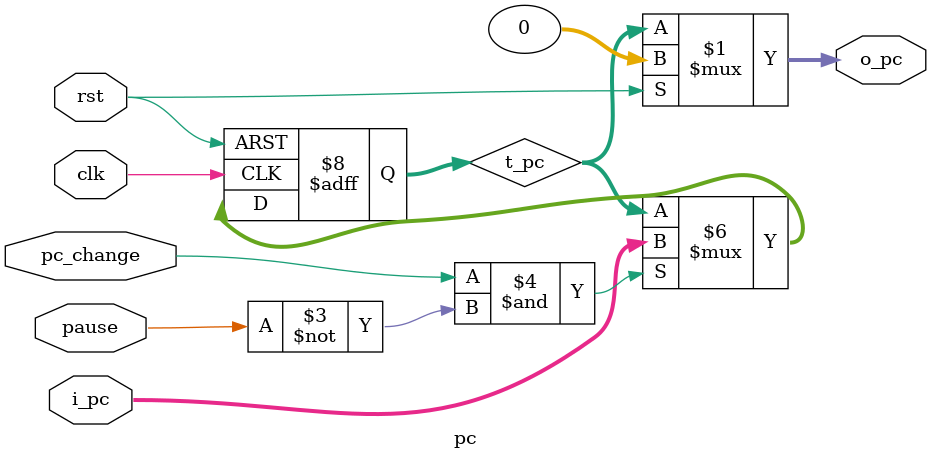
<source format=v>
`timescale 1ns / 1ps
module pc(       
					  input wire pause,
					  input wire pc_change,
                 input wire clk,
					  input wire rst,
					  input wire[31:0] i_pc,
					  output wire[31:0] o_pc
    );
reg[31:0] t_pc;

initial t_pc = 0;
assign o_pc = rst?0:t_pc;

always @(posedge clk,posedge rst)
if(rst) t_pc <= 0;
else if(pc_change&(~pause))
t_pc <= i_pc;


endmodule

</source>
